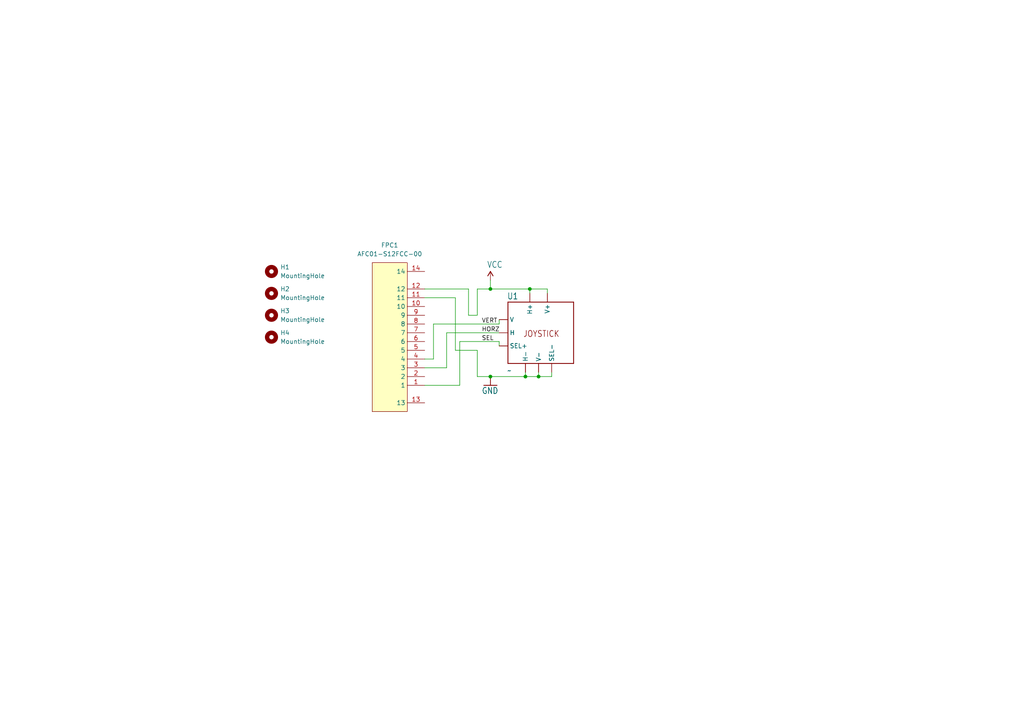
<source format=kicad_sch>
(kicad_sch (version 20250114) (generator "eeschema") (generator_version "9.99")
  (paper "A4")
  (title_block (title "PS5 Thumbstick Breakout Board") (date "2024-08-30") (rev "rev.01") (company "Author: Daniel Benoy") (comment 3 "https://creativecommons.org/licenses/by-sa/4.0/") (comment 4 "This hardware is licensed under Creative Commons ShareAlike 4.0 International"))
  (lib_symbols
    (symbol "Joystick-Breakout-v12-eagle-import:GND" (power)
      (symbol "GND_1_0"
        (polyline (pts (xy -1.905 0) (xy 1.905 0)) (stroke (width 0.254)))
        (pin power_in line (at 0 2.54 270) (length 2.54) (name "GND") (number "1"))
      )
    )
    (symbol "Joystick-Breakout-v12-eagle-import:VCC" (power)
      (symbol "VCC_1_0"
        (polyline (pts (xy 0 2.54) (xy -0.762 1.27)) (stroke (width 0.254)))
        (polyline (pts (xy 0.762 1.27) (xy 0 2.54)) (stroke (width 0.254)))
        (pin power_in line (at 0 0 90) (length 2.54) (name "VCC") (number "1"))
      )
    )
    (symbol "Mechanical:MountingHole" (pin_names (offset 1.016)) (in_bom no)
      (property "Reference" "H" (at 0 5.08 0))
      (property "Value" "MountingHole" (at 0 3.175 0))
      (symbol "MountingHole_0_1"
        (circle (center 0 0) (radius 1.27) (stroke (width 1.27)))
      )
    )
    (symbol "easyeda2kicad:AFC01-S12FCC-00"
      (property "Reference" "FPC" (at 0 24.13 0))
      (property "Value" "AFC01-S12FCC-00" (at 0 -24.13 0))
      (symbol "AFC01-S12FCC-00_0_1"
        (rectangle (start -2.54 21.59) (end 7.62 -21.59) (fill (type background)))
        (pin unspecified line (at -7.62 19.05 0) (length 5.08) (name "13") (number "13"))
        (pin unspecified line (at -7.62 13.97 0) (length 5.08) (name "1") (number "1"))
        (pin unspecified line (at -7.62 11.43 0) (length 5.08) (name "2") (number "2"))
        (pin unspecified line (at -7.62 8.89 0) (length 5.08) (name "3") (number "3"))
        (pin unspecified line (at -7.62 6.35 0) (length 5.08) (name "4") (number "4"))
        (pin unspecified line (at -7.62 3.81 0) (length 5.08) (name "5") (number "5"))
        (pin unspecified line (at -7.62 1.27 0) (length 5.08) (name "6") (number "6"))
        (pin unspecified line (at -7.62 -1.27 0) (length 5.08) (name "7") (number "7"))
        (pin unspecified line (at -7.62 -3.81 0) (length 5.08) (name "8") (number "8"))
        (pin unspecified line (at -7.62 -6.35 0) (length 5.08) (name "9") (number "9"))
        (pin unspecified line (at -7.62 -8.89 0) (length 5.08) (name "10") (number "10"))
        (pin unspecified line (at -7.62 -11.43 0) (length 5.08) (name "11") (number "11"))
        (pin unspecified line (at -7.62 -13.97 0) (length 5.08) (name "12") (number "12"))
        (pin unspecified line (at -7.62 -19.05 0) (length 5.08) (name "14") (number "14"))
      )
    )
    (symbol "thumbstick-breakout:Joystick"
      (property "Reference" "REF**" (at -10.414 9.652 0))
      (property "Value" "PS5" (at 10.414 -5.334 0))
      (symbol "Joystick_1_0"
        (polyline (pts (xy -10.16 8.89) (xy 8.89 8.89)) (stroke (width 0.254)))
        (polyline (pts (xy -10.16 -8.89) (xy -10.16 8.89)) (stroke (width 0.254)))
        (polyline (pts (xy 8.89 8.89) (xy 8.89 -8.89)) (stroke (width 0.254)))
        (polyline (pts (xy 8.89 -8.89) (xy -10.16 -8.89)) (stroke (width 0.254)))
        (text "JOYSTICK" (at 4.826 0.762 0) (effects (font (size 1.778 1.5113)) (justify right top)))
        (pin bidirectional line (at -12.7 3.81 0) (length 2.54) (name "V") (number "2'"))
        (pin bidirectional line (at -12.7 0 0) (length 2.54) (name "H") (number "2"))
        (pin bidirectional line (at -12.7 -3.81 0) (length 2.54) (name "SEL+") (number "a"))
        (pin bidirectional line (at -5.08 -11.43 90) (length 2.54) (name "H-") (number "1"))
        (pin bidirectional line (at -3.81 11.43 270) (length 2.54) (name "H+") (number "3"))
        (pin bidirectional line (at -1.27 -11.43 90) (length 2.54) (name "V-") (number "1'"))
        (pin bidirectional line (at 1.27 11.43 270) (length 2.54) (name "V+") (number "3'"))
        (pin bidirectional line (at 2.54 -11.43 90) (length 2.54) (name "SEL-") (number "c"))
      )
    )
  )
  (junction (at 153.67 83.82))
  (junction (at 156.21 109.22))
  (junction (at 152.4 109.22))
  (junction (at 142.24 109.22))
  (junction (at 142.24 83.82))
  (wire (pts (xy 156.21 109.22) (xy 160.02 109.22)))
  (wire (pts (xy 133.35 111.76) (xy 123.19 111.76)))
  (wire (pts (xy 135.89 83.82) (xy 123.19 83.82)) (stroke (width 0.1524)))
  (wire (pts (xy 132.08 86.36) (xy 123.19 86.36)))
  (wire (pts (xy 125.73 93.98) (xy 144.78 93.98)))
  (wire (pts (xy 158.75 83.82) (xy 158.75 85.09)) (stroke (width 0.1524)))
  (wire (pts (xy 160.02 107.95) (xy 160.02 109.22)))
  (wire (pts (xy 142.24 83.82) (xy 142.24 81.28)) (stroke (width 0.1524)))
  (wire (pts (xy 123.19 106.68) (xy 129.54 106.68)))
  (wire (pts (xy 132.08 101.6) (xy 138.43 101.6)))
  (wire (pts (xy 144.78 92.71) (xy 144.78 93.98)))
  (wire (pts (xy 142.24 83.82) (xy 153.67 83.82)) (stroke (width 0.1524)))
  (wire (pts (xy 156.21 107.95) (xy 156.21 109.22)))
  (wire (pts (xy 135.89 91.44) (xy 138.43 91.44)) (stroke (width 0.1524)))
  (wire (pts (xy 138.43 109.22) (xy 142.24 109.22)))
  (wire (pts (xy 153.67 83.82) (xy 158.75 83.82)) (stroke (width 0.1524)))
  (wire (pts (xy 152.4 109.22) (xy 156.21 109.22)))
  (wire (pts (xy 142.24 109.22) (xy 152.4 109.22)))
  (wire (pts (xy 144.78 99.06) (xy 144.78 100.33)))
  (wire (pts (xy 129.54 96.52) (xy 144.78 96.52)))
  (wire (pts (xy 152.4 107.95) (xy 152.4 109.22)))
  (wire (pts (xy 138.43 91.44) (xy 138.43 83.82)) (stroke (width 0.1524)))
  (wire (pts (xy 153.67 83.82) (xy 153.67 85.09)) (stroke (width 0.1524)))
  (wire (pts (xy 133.35 99.06) (xy 144.78 99.06)))
  (wire (pts (xy 125.73 104.14) (xy 123.19 104.14)))
  (wire (pts (xy 138.43 83.82) (xy 142.24 83.82)) (stroke (width 0.1524)))
  (wire (pts (xy 133.35 99.06) (xy 133.35 111.76)))
  (wire (pts (xy 138.43 101.6) (xy 138.43 109.22)))
  (wire (pts (xy 135.89 91.44) (xy 135.89 83.82)) (stroke (width 0.1524)))
  (wire (pts (xy 129.54 96.52) (xy 129.54 106.68)))
  (wire (pts (xy 132.08 101.6) (xy 132.08 86.36)))
  (wire (pts (xy 125.73 104.14) (xy 125.73 93.98)))
  (label "SEL" (at 139.7 99.06 0) (effects (font (size 1.2446 1.2446))))
  (label "HORZ" (at 139.7 96.52 0) (effects (font (size 1.2446 1.2446))))
  (label "VERT" (at 139.7 93.98 0) (effects (font (size 1.2446 1.2446))))
  (symbol (lib_id "Mechanical:MountingHole") (at 78.74 85.09 0) (unit 1) (in_bom no)
    (property "Reference" "H2" (at 81.28 83.8199 0) (effects (justify left)))
    (property "Value" "MountingHole" (at 81.28 86.3599 0) (effects (justify left)))
    (property "Footprint" "footprints:MountingHole_2.2mm_M2_Pad_Via" (hide yes))
    (property "Description" "Mounting Hole without connection" (hide yes))
  )
  (symbol (lib_id "thumbstick-breakout:Joystick") (at 157.48 96.52 0) (unit 1)
    (property "Reference" "U1" (at 147.066 86.868 0) (effects (font (size 1.778 1.5113)) (justify left bottom)))
    (property "Value" "~" (at 147.066 108.458 0) (effects (font (size 1.778 1.5113)) (justify left bottom)))
    (property "Footprint" "thumbstick-breakout:Joystick" (hide yes))
  )
  (symbol (lib_id "easyeda2kicad:AFC01-S12FCC-00") (at 115.57 97.79 180) (unit 1)
    (property "Reference" "FPC1" (at 113.03 71.12 0))
    (property "Value" "AFC01-S12FCC-00" (at 113.03 73.66 0))
    (property "Footprint" "easyeda2kicad:FPC-SMD_AFC01-S12FCC-00" (hide yes))
    (property "Datasheet" "https://lcsc.com/product-detail/Others_JUSHUO-AFC01-S12FCC-00_C262268.html" (hide yes))
    (property "LCSC Part" "C262268" (hide yes))
  )
  (symbol (lib_id "Mechanical:MountingHole") (at 78.74 78.74 0) (unit 1) (in_bom no)
    (property "Reference" "H1" (at 81.28 77.4699 0) (effects (justify left)))
    (property "Value" "MountingHole" (at 81.28 80.0099 0) (effects (justify left)))
    (property "Footprint" "footprints:MountingHole_2.2mm_M2_Pad_Via" (hide yes))
    (property "Description" "Mounting Hole without connection" (hide yes))
  )
  (symbol (lib_id "Mechanical:MountingHole") (at 78.74 97.79 0) (unit 1) (in_bom no)
    (property "Reference" "H4" (at 81.28 96.5199 0) (effects (justify left)))
    (property "Value" "MountingHole" (at 81.28 99.0599 0) (effects (justify left)))
    (property "Footprint" "footprints:MountingHole_2.2mm_M2_Pad_Via" (hide yes))
    (property "Description" "Mounting Hole without connection" (hide yes))
  )
  (symbol (lib_id "Joystick-Breakout-v12-eagle-import:GND") (at 142.24 111.76 0) (unit 1)
    (property "Reference" "#GND01" (hide yes))
    (property "Value" "GND" (at 139.7 114.3 0) (effects (font (size 1.778 1.5113)) (justify left bottom)))
  )
  (symbol (lib_id "Joystick-Breakout-v12-eagle-import:VCC") (at 142.24 81.28 0) (unit 1)
    (property "Reference" "#P+01" (hide yes))
    (property "Value" "VCC" (at 141.224 77.724 0) (effects (font (size 1.778 1.5113)) (justify left bottom)))
  )
  (symbol (lib_id "Mechanical:MountingHole") (at 78.74 91.44 0) (unit 1) (in_bom no)
    (property "Reference" "H3" (at 81.28 90.1699 0) (effects (justify left)))
    (property "Value" "MountingHole" (at 81.28 92.7099 0) (effects (justify left)))
    (property "Footprint" "footprints:MountingHole_2.2mm_M2_Pad_Via" (hide yes))
    (property "Description" "Mounting Hole without connection" (hide yes))
  )
)
</source>
